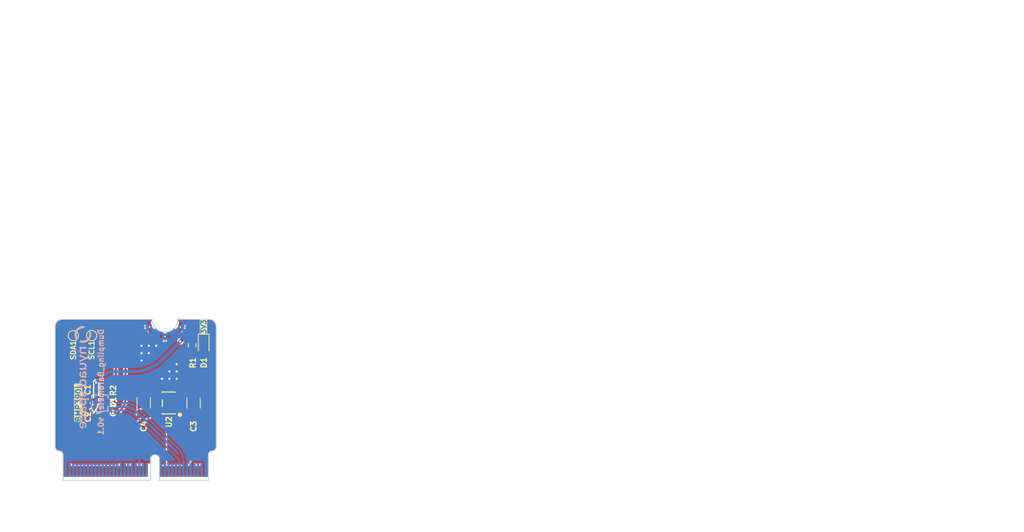
<source format=kicad_pcb>
(kicad_pcb (version 20241229) (generator "pcbnew") (generator_version "9.0")
  (layers (0 "F.Cu" signal "Top") (2 "B.Cu" signal "Bottom") (13 "F.Paste" user) (15 "B.Paste" user) (5 "F.SilkS" user "F.Silkscreen") (7 "B.SilkS" user "B.Silkscreen") (1 "F.Mask" user) (3 "B.Mask" user) (25 "Edge.Cuts" user))
  (net 0 "")
  (net 1 "+3V3")
  (net 2 "GND")
  (net 3 "VIN")
  (net 4 "Net-(D1-A)")
  (net 5 "/SPI_CIPO-LED_CLK")
  (net 6 "/SPI_SCK")
  (net 7 "/AUD_OUT-CAM_MCLK")
  (net 8 "/USBHOST_D+")
  (net 9 "/G11-SWO")
  (net 10 "BMP390L_SDA")
  (net 11 "/BATT_VIN")
  (net 12 "/RTC_3V_BATT")
  (net 13 "BMP390_INT")
  (net 14 "/G0")
  (net 15 "/USB_D+")
  (net 16 "/V_USB")
  (net 17 "/~{SPI_CS}")
  (net 18 "/D1-CAM_TRIG")
  (net 19 "/G5")
  (net 20 "/AUD_MCLK")
  (net 21 "BMP390_CS")
  (net 22 "/G9-CAM_HSYNC")
  (net 23 "/UART_TX2")
  (net 24 "/G10-CAM_VSYNC")
  (net 25 "/AUD_BCLK")
  (net 26 "/SWDIO")
  (net 27 "/PWM1")
  (net 28 "BMP390L_SCL")
  (net 29 "BMP390_MISO")
  (net 30 "/A0")
  (net 31 "/I2C_~{INT}")
  (net 32 "/SWDCK")
  (net 33 "/D0")
  (net 34 "/G4")
  (net 35 "/USB_D-")
  (net 36 "/CAN-RX")
  (net 37 "/I2C_SCL1")
  (net 38 "/G6")
  (net 39 "BMP390_pwr_cyc")
  (net 40 "/SDIO_DATA2")
  (net 41 "/SPI_COPI-LED_DAT")
  (net 42 "/3.3V_EN")
  (net 43 "/UART_CTS1")
  (net 44 "/AUD_LRCLK")
  (net 45 "/PWM0")
  (net 46 "/G7")
  (net 47 "/AUD_IN-CAM_PCLK")
  (net 48 "/CAN-TX")
  (net 49 "/UART_RTS1")
  (net 50 "/I2C_SDA1")
  (net 51 "/SDIO_DATA3-~{SPI_CS1}")
  (net 52 "BMP390_TX")
  (net 53 "/G3")
  (net 54 "BMP390_SCK")
  (net 55 "/A1")
  (net 56 "+5V")
  (net 57 "BMP390_RX")
  (net 58 "/G8")
  (net 59 "BMP390_MOSI")
  (net 60 "/USBHOST_D-")
  (net 61 "/UART_RX2")
  (net 62 "Net-(U1-CSB)")
  (footprint "SparkFun_MicroMod_ESP32:M.2-CARD-E-22" (layer "F.Cu") (at 148.5 114.425)
    (property "Reference" "J1" (hide yes))
    (property "Value" "MICROMOD-2222" (hide yes))
    (fp_line (start 1.9 -21) (end 1 -21) (stroke (width 0.1016)) (layer "F.Cu"))
    (fp_line (start 1.9 -21) (end 1.9 -19.9) (stroke (width 0.1016)) (layer "F.Cu"))
    (fp_line (start 4 -19.7) (end 4 -19) (stroke (width 0.1016)) (layer "F.Cu"))
    (fp_line (start 6.1 -21) (end 6.1 -19.9) (stroke (width 0.1016)) (layer "F.Cu"))
    (fp_line (start 6.1 -21) (end 7 -21) (stroke (width 0.1016)) (layer "F.Cu"))
    (fp_poly (pts (xy 1.25 -21.75) (xy 2.05 -21.75) (xy 2.08842 -21.461827) (xy 2.171447 -21.183213) (xy 2.297037 -20.921017) (xy 2.462097 -20.681696) (xy 2.662563 -20.471142) (xy 2.893499 -20.29454) (xy 3.149218 -20.156239) (xy 3.423424 -20.059644) (xy 4 -20) (xy 4.290635 -20.007133) (xy 4.576576 -20.059644) (xy 4.850782 -20.156239) (xy 5.106501 -20.29454) (xy 5.337437 -20.471142) (xy 5.537903 -20.681696) (xy 5.702963 -20.921017) (xy 5.828553 -21.183213) (xy 5.95 -21.75) (xy 6.75 -21.75) (xy 6.686952 -21.386065) (xy 6.576451 -21.033626) (xy 6.420427 -20.698842) (xy 6.221608 -20.387564) (xy 5.983467 -20.10523) (xy 5.710166 -19.856774) (xy 5.40648 -19.646539) (xy 5.077718 -19.478197) (xy 4.729623 -19.354691) (xy 4.368279 -19.27818) (xy 4 -19.25) (xy 3.630811 -19.275627) (xy 3.268334 -19.35024) (xy 2.919037 -19.472506) (xy 2.589157 -19.640244) (xy 2.284581 -19.85046) (xy 2.010746 -20.099401) (xy 1.77254 -20.382623) (xy 1.574215 -20.695072) (xy 1.419311 -21.031169)) (fill yes) (layer "F.Cu"))
    (pad "1" smd rect (at 9.25 -1.275 180) (size 0.35 1.45) (layers "F.Cu" "F.Mask") (net 2 "GND"))
    (pad "2" smd rect (at 9 -1.525) (size 0.35 1.95) (layers "B.Cu" "B.Mask") (net 1 "+3V3"))
    (pad "3" smd rect (at 8.75 -1.275 180) (size 0.35 1.45) (layers "F.Cu" "F.Mask") (net 15 "/USB_D+"))
    (pad "4" smd rect (at 8.5 -1.525) (size 0.35 1.95) (layers "B.Cu" "B.Mask") (net 42 "/3.3V_EN"))
    (pad "5" smd rect (at 8.25 -1.275 180) (size 0.35 1.45) (layers "F.Cu" "F.Mask") (net 35 "/USB_D-"))
    (pad "6" smd rect (at 8 -1.525) (size 0.35 1.95) (layers "B.Cu" "B.Mask") (net 56 "+5V"))
    (pad "7" smd rect (at 7.75 -1.275 180) (size 0.35 1.45) (layers "F.Cu" "F.Mask") (net 2 "GND"))
    (pad "8" smd rect (at 7.5 -1.525) (size 0.35 1.95) (layers "B.Cu" "B.Mask") (net 9 "/G11-SWO"))
    (pad "9" smd rect (at 7.25 -1.275 180) (size 0.35 1.45) (layers "F.Cu" "F.Mask") (net 16 "/V_USB"))
    (pad "10" smd rect (at 7 -1.525) (size 0.35 1.95) (layers "B.Cu" "B.Mask") (net 33 "/D0"))
    (pad "11" smd rect (at 6.75 -1.275 180) (size 0.35 1.45) (layers "F.Cu" "F.Mask") (net 3 "VIN"))
    (pad "12" smd rect (at 6.5 -1.525) (size 0.35 1.95) (layers "B.Cu" "B.Mask") (net 10 "BMP390L_SDA"))
    (pad "13" smd rect (at 6.25 -1.275 180) (size 0.35 1.45) (layers "F.Cu" "F.Mask") (net 49 "/UART_RTS1"))
    (pad "14" smd rect (at 6 -1.525) (size 0.35 1.95) (layers "B.Cu" "B.Mask") (net 28 "BMP390L_SCL"))
    (pad "15" smd rect (at 5.75 -1.275 180) (size 0.35 1.45) (layers "F.Cu" "F.Mask") (net 43 "/UART_CTS1"))
    (pad "16" smd rect (at 5.5 -1.525) (size 0.35 1.95) (layers "B.Cu" "B.Mask") (net 31 "/I2C_~{INT}"))
    (pad "17" smd rect (at 5.25 -1.275 180) (size 0.35 1.45) (layers "F.Cu" "F.Mask") (net 52 "BMP390_TX"))
    (pad "18" smd rect (at 5 -1.525) (size 0.35 1.95) (layers "B.Cu" "B.Mask") (net 18 "/D1-CAM_TRIG"))
    (pad "19" smd rect (at 4.75 -1.275 180) (size 0.35 1.45) (layers "F.Cu" "F.Mask") (net 57 "BMP390_RX"))
    (pad "20" smd rect (at 4.5 -1.525) (size 0.35 1.95) (layers "B.Cu" "B.Mask") (net 61 "/UART_RX2"))
    (pad "21" smd rect (at 4.25 -1.275 180) (size 0.35 1.45) (layers "F.Cu" "F.Mask") (net 32 "/SWDCK"))
    (pad "22" smd rect (at 4 -1.525) (size 0.35 1.95) (layers "B.Cu" "B.Mask") (net 23 "/UART_TX2"))
    (pad "23" smd rect (at 3.75 -1.275 180) (size 0.35 1.45) (layers "F.Cu" "F.Mask") (net 26 "/SWDIO"))
    (pad "32" smd rect (at 1.5 -1.525) (size 0.35 1.95) (layers "B.Cu" "B.Mask") (net 45 "/PWM0"))
    (pad "33" smd rect (at 1.25 -1.275 180) (size 0.35 1.45) (layers "F.Cu" "F.Mask") (net 2 "GND"))
    (pad "34" smd rect (at 1 -1.525) (size 0.35 1.95) (layers "B.Cu" "B.Mask") (net 30 "/A0"))
    (pad "35" smd rect (at 0.75 -1.275 180) (size 0.35 1.45) (layers "F.Cu" "F.Mask") (net 8 "/USBHOST_D+"))
    (pad "36" smd rect (at 0.5 -1.525) (size 0.35 1.95) (layers "B.Cu" "B.Mask") (net 2 "GND"))
    (pad "37" smd rect (at 0.25 -1.275 180) (size 0.35 1.45) (layers "F.Cu" "F.Mask") (net 60 "/USBHOST_D-"))
    (pad "38" smd rect (at 0 -1.525) (size 0.35 1.95) (layers "B.Cu" "B.Mask") (net 55 "/A1"))
    (pad "39" smd rect (at -0.25 -1.275 180) (size 0.35 1.45) (layers "F.Cu" "F.Mask") (net 2 "GND"))
    (pad "40" smd rect (at -0.5 -1.525) (size 0.35 1.95) (layers "B.Cu" "B.Mask") (net 14 "/G0"))
    (pad "41" smd rect (at -0.75 -1.275 180) (size 0.35 1.45) (layers "F.Cu" "F.Mask") (net 36 "/CAN-RX"))
    (pad "42" smd rect (at -1 -1.525) (size 0.35 1.95) (layers "B.Cu" "B.Mask") (net 39 "BMP390_pwr_cyc"))
    (pad "43" smd rect (at -1.25 -1.275 180) (size 0.35 1.45) (layers "F.Cu" "F.Mask") (net 48 "/CAN-TX"))
    (pad "44" smd rect (at -1.5 -1.525) (size 0.35 1.95) (layers "B.Cu" "B.Mask") (net 13 "BMP390_INT"))
    (pad "45" smd rect (at -1.75 -1.275 180) (size 0.35 1.45) (layers "F.Cu" "F.Mask") (net 2 "GND"))
    (pad "46" smd rect (at -2 -1.525) (size 0.35 1.95) (layers "B.Cu" "B.Mask") (net 53 "/G3"))
    (pad "47" smd rect (at -2.25 -1.275 180) (size 0.35 1.45) (layers "F.Cu" "F.Mask") (net 27 "/PWM1"))
    (pad "48" smd rect (at -2.5 -1.525) (size 0.35 1.95) (layers "B.Cu" "B.Mask") (net 34 "/G4"))
    (pad "49" smd rect (at -2.75 -1.275 180) (size 0.35 1.45) (layers "F.Cu" "F.Mask") (net 11 "/BATT_VIN"))
    (pad "50" smd rect (at -3 -1.525) (size 0.35 1.95) (layers "B.Cu" "B.Mask") (net 25 "/AUD_BCLK"))
    (pad "51" smd rect (at -3.25 -1.275 180) (size 0.35 1.45) (layers "F.Cu" "F.Mask") (net 50 "/I2C_SDA1"))
    (pad "52" smd rect (at -3.5 -1.525) (size 0.35 1.95) (layers "B.Cu" "B.Mask") (net 44 "/AUD_LRCLK"))
    (pad "53" smd rect (at -3.75 -1.275 180) (size 0.35 1.45) (layers "F.Cu" "F.Mask") (net 37 "/I2C_SCL1"))
    (pad "54" smd rect (at -4 -1.525) (size 0.35 1.95) (layers "B.Cu" "B.Mask") (net 47 "/AUD_IN-CAM_PCLK"))
    (pad "55" smd rect (at -4.25 -1.275 180) (size 0.35 1.45) (layers "F.Cu" "F.Mask") (net 17 "/~{SPI_CS}"))
    (pad "56" smd rect (at -4.5 -1.525) (size 0.35 1.95) (layers "B.Cu" "B.Mask") (net 7 "/AUD_OUT-CAM_MCLK"))
    (pad "57" smd rect (at -4.75 -1.275 180) (size 0.35 1.45) (layers "F.Cu" "F.Mask") (net 6 "/SPI_SCK"))
    (pad "58" smd rect (at -5 -1.525) (size 0.35 1.95) (layers "B.Cu" "B.Mask") (net 20 "/AUD_MCLK"))
    (pad "59" smd rect (at -5.25 -1.275 180) (size 0.35 1.45) (layers "F.Cu" "F.Mask") (net 41 "/SPI_COPI-LED_DAT"))
    (pad "60" smd rect (at -5.5 -1.525) (size 0.35 1.95) (layers "B.Cu" "B.Mask") (net 59 "BMP390_MOSI"))
    (pad "61" smd rect (at -5.75 -1.275 180) (size 0.35 1.45) (layers "F.Cu" "F.Mask") (net 5 "/SPI_CIPO-LED_CLK"))
    (pad "62" smd rect (at -6 -1.525) (size 0.35 1.95) (layers "B.Cu" "B.Mask") (net 29 "BMP390_MISO"))
    (pad "63" smd rect (at -6.25 -1.275 180) (size 0.35 1.45) (layers "F.Cu" "F.Mask") (net 24 "/G10-CAM_VSYNC"))
    (pad "64" smd rect (at -6.5 -1.525) (size 0.35 1.95) (layers "B.Cu" "B.Mask") (net 54 "BMP390_SCK"))
    (pad "65" smd rect (at -6.75 -1.275 180) (size 0.35 1.45) (layers "F.Cu" "F.Mask") (net 22 "/G9-CAM_HSYNC"))
    (pad "66" smd rect (at -7 -1.525) (size 0.35 1.95) (layers "B.Cu" "B.Mask") (net 21 "BMP390_CS"))
    (pad "67" smd rect (at -7.25 -1.275 180) (size 0.35 1.45) (layers "F.Cu" "F.Mask") (net 58 "/G8"))
    (pad "68" smd rect (at -7.5 -1.525) (size 0.35 1.95) (layers "B.Cu" "B.Mask") (net 40 "/SDIO_DATA2"))
    (pad "69" smd rect (at -7.75 -1.275 180) (size 0.35 1.45) (layers "F.Cu" "F.Mask") (net 46 "/G7"))
    (pad "70" smd rect (at -8 -1.525) (size 0.35 1.95) (layers "B.Cu" "B.Mask") (net 51 "/SDIO_DATA3-~{SPI_CS1}"))
    (pad "71" smd rect (at -8.25 -1.275 180) (size 0.35 1.45) (layers "F.Cu" "F.Mask") (net 38 "/G6"))
    (pad "72" smd rect (at -8.5 -1.525) (size 0.35 1.95) (layers "B.Cu" "B.Mask") (net 12 "/RTC_3V_BATT"))
    (pad "73" smd rect (at -8.75 -1.275 180) (size 0.35 1.45) (layers "F.Cu" "F.Mask") (net 19 "/G5"))
    (pad "74" smd rect (at -9 -1.525) (size 0.35 1.95) (layers "B.Cu" "B.Mask") (net 1 "+3V3"))
    (pad "75" smd rect (at -9.25 -1.275 180) (size 0.35 1.45) (layers "F.Cu" "F.Mask") (net 2 "GND"))
    (pad "GND1" thru_hole circle (at 1.9 -21) (size 0.454 0.454) (drill 0.2) (layers "*.Cu" "*.Mask") (net 2 "GND"))
    (pad "GND2" thru_hole circle (at 4 -19.7) (size 0.454 0.454) (drill 0.2) (layers "*.Cu" "*.Mask") (net 2 "GND"))
    (pad "GND3" thru_hole circle (at 6.1 -21) (size 0.454 0.454) (drill 0.2) (layers "*.Cu" "*.Mask") (net 2 "GND"))
  )
  (footprint "SparkFun_MicroMod_ESP32:ORDERING_INSTRUCTIONS" (layer "F.Cu") (at 167.9811 62.1)
    (property "Reference" "LOGO1" (hide yes))
    (property "Value" "SPECIAL_INSTRUCTIONS-ORDERING")
  )
  (footprint "SparkFun_MicroMod_ESP32:CREATIVE_COMMONS" (layer "F.Cu") (at 184.4 63.75)
    (property "Reference" "FRAME1" (hide yes))
    (property "Value" "FRAME-LEDGER" (hide yes))
  )
  (footprint "TestPoint:TestPoint_Pad_D1.0mm" (layer "F.Cu") (at 142.5 94.6)
    (property "Reference" "SCL1" (at 0 2 90) (layer "F.SilkS") (effects (font (size 0.7 0.7))))
    (property "Value" "I2C")
    (pad "1" smd circle (at 0 0) (size 1 1) (layers "F.Cu" "F.Mask") (net 28 "BMP390L_SCL"))
  )
  (footprint "Capacitor_SMD:C_0402_1005Metric" (layer "F.Cu") (at 141.939929 103.800127 90)
    (property "Reference" "C1" (at 1.8 0 90) (layer "F.SilkS") (effects (font (size 0.75 0.75) (thickness 0.175) (bold yes))))
    (property "Value" "100n")
    (pad "1" smd roundrect (at -0.48 0 90) (size 0.56 0.62) (layers "F.Cu" "F.Mask" "F.Paste") (net 1 "+3V3"))
    (pad "2" smd roundrect (at 0.48 0 90) (size 0.56 0.62) (layers "F.Cu" "F.Mask" "F.Paste") (net 2 "GND"))
  )
  (footprint "Resistor_SMD:R_0603_1608Metric" (layer "F.Cu") (at 156.2 95.9 -90)
    (property "Reference" "R1" (at 2.425 -0.1 270) (layer "F.SilkS") (effects (font (size 0.75 0.75) (thickness 0.175) (bold yes))))
    (property "Value" "10k")
    (pad "1" smd roundrect (at -0.825 0 270) (size 0.8 0.95) (layers "F.Cu" "F.Mask" "F.Paste") (net 1 "+3V3"))
    (pad "2" smd roundrect (at 0.825 0 270) (size 0.8 0.95) (layers "F.Cu" "F.Mask" "F.Paste") (net 4 "Net-(D1-A)"))
  )
  (footprint "Capacitor_SMD:C_0402_1005Metric" (layer "F.Cu") (at 143.6 105.5)
    (property "Reference" "C2" (at -1.6 0.2 90) (layer "F.SilkS") (effects (font (size 0.75 0.75) (thickness 0.175) (bold yes))))
    (property "Value" "100n")
    (pad "1" smd roundrect (at -0.48 0) (size 0.56 0.62) (layers "F.Cu" "F.Mask" "F.Paste") (net 1 "+3V3"))
    (pad "2" smd roundrect (at 0.48 0) (size 0.56 0.62) (layers "F.Cu" "F.Mask" "F.Paste") (net 2 "GND"))
  )
  (footprint "TPSPX3819M5-L-3-3:SOT-23-5_L3.0-W1.6-P0.95-LS2.8-BR" (layer "F.Cu") (at 153 103.8)
    (property "Reference" "U2" (at 0.039668 2.6 90) (layer "F.SilkS") (effects (font (size 0.75 0.75) (thickness 0.175) (bold yes))))
    (property "Value" "TPSPX3819M5-L-3-3")
    (pad "1" smd rect (at 1.149987 0.949962 90) (size 0.6 1.2) (layers "F.Cu" "F.Mask" "F.Paste") (net 3 "VIN"))
    (pad "2" smd rect (at 1.149987 0 90) (size 0.6 1.2) (layers "F.Cu" "F.Mask" "F.Paste") (net 2 "GND"))
    (pad "3" smd rect (at 1.149987 -0.949962 90) (size 0.6 1.2) (layers "F.Cu" "F.Mask" "F.Paste") (net 3 "VIN"))
    (pad "4" smd rect (at -1.149987 -0.949962 90) (size 0.6 1.2) (layers "F.Cu" "F.Mask" "F.Paste"))
    (pad "5" smd rect (at -1.149987 0.949962 90) (size 0.6 1.2) (layers "F.Cu" "F.Mask" "F.Paste") (net 1 "+3V3"))
  )
  (footprint "Resistor_SMD:R_0402_1005Metric" (layer "F.Cu") (at 143.639929 102.100127 180)
    (property "Reference" "R2" (at -1.8 0 90) (layer "F.SilkS") (effects (font (size 0.75 0.75) (thickness 0.175) (bold yes))))
    (property "Value" "10k")
    (pad "1" smd roundrect (at -0.51 0 180) (size 0.54 0.64) (layers "F.Cu" "F.Mask" "F.Paste") (net 62 "Net-(U1-CSB)"))
    (pad "2" smd roundrect (at 0.51 0 180) (size 0.54 0.64) (layers "F.Cu" "F.Mask" "F.Paste") (net 1 "+3V3"))
  )
  (footprint "Capacitor_SMD:C_1206_3216Metric" (layer "F.Cu") (at 156.4 103.8 90)
    (property "Reference" "C3" (at -3.2 0 90) (layer "F.SilkS") (effects (font (size 0.75 0.75) (thickness 0.175) (bold yes))))
    (property "Value" "10u")
    (pad "1" smd roundrect (at -1.475 0 90) (size 1.15 1.8) (layers "F.Cu" "F.Mask" "F.Paste") (roundrect_rratio 0.217391) (net 3 "VIN"))
    (pad "2" smd roundrect (at 1.475 0 90) (size 1.15 1.8) (layers "F.Cu" "F.Mask" "F.Paste") (roundrect_rratio 0.217391) (net 2 "GND"))
  )
  (footprint "BMP390L:LGA-10_L2.0-W2.0-P0.50-TL_BMP390L" (layer "F.Cu") (at 143.619888 103.800051 90)
    (property "Reference" "U1" (at 0.099924 1.820041 90) (layer "F.SilkS") (effects (font (size 0.75 0.75) (thickness 0.175) (bold yes))))
    (property "Value" "BMP390L")
    (pad "1" smd rect (at -0.779985 -0.24986 180) (size 0.3 0.3) (layers "F.Cu" "F.Mask" "F.Paste") (net 1 "+3V3"))
    (pad "2" smd rect (at -0.779985 0.250013 180) (size 0.3 0.3) (layers "F.Cu" "F.Mask" "F.Paste") (net 28 "BMP390L_SCL"))
    (pad "3" smd rect (at -0.500076 0.780112 180) (size 0.3 0.3) (layers "F.Cu" "F.Mask" "F.Paste") (net 2 "GND"))
    (pad "4" smd rect (at 0.000051 0.780112 180) (size 0.3 0.3) (layers "F.Cu" "F.Mask" "F.Paste") (net 10 "BMP390L_SDA"))
    (pad "5" smd rect (at 0.499924 0.780112 180) (size 0.3 0.3) (layers "F.Cu" "F.Mask" "F.Paste") (net 2 "GND"))
    (pad "6" smd rect (at 0.780086 0.250013 180) (size 0.3 0.3) (layers "F.Cu" "F.Mask" "F.Paste") (net 62 "Net-(U1-CSB)"))
    (pad "7" smd rect (at 0.780086 -0.24986 180) (size 0.3 0.3) (layers "F.Cu" "F.Mask" "F.Paste") (net 13 "BMP390_INT"))
    (pad "8" smd rect (at 0.499924 -0.779959 180) (size 0.3 0.3) (layers "F.Cu" "F.Mask" "F.Paste") (net 2 "GND"))
    (pad "9" smd rect (at 0.000051 -0.779959 180) (size 0.3 0.3) (layers "F.Cu" "F.Mask" "F.Paste") (net 2 "GND"))
    (pad "10" smd rect (at -0.500076 -0.779959 180) (size 0.3 0.3) (layers "F.Cu" "F.Mask" "F.Paste") (net 1 "+3V3"))
  )
  (footprint "TestPoint:TestPoint_Pad_D1.0mm" (layer "F.Cu") (at 140 94.6)
    (property "Reference" "SDA1" (at 0 2 90) (layer "F.SilkS") (effects (font (size 0.7 0.7))))
    (property "Value" "I2C")
    (pad "1" smd circle (at 0 0) (size 1 1) (layers "F.Cu" "F.Mask") (net 10 "BMP390L_SDA"))
  )
  (footprint "Capacitor_SMD:C_1206_3216Metric" (layer "F.Cu") (at 149.6 103.8 90)
    (property "Reference" "C4" (at -3.2 0 90) (layer "F.SilkS") (effects (font (size 0.75 0.75) (thickness 0.175) (bold yes))))
    (property "Value" "10u")
    (pad "1" smd roundrect (at -1.475 0 90) (size 1.15 1.8) (layers "F.Cu" "F.Mask" "F.Paste") (roundrect_rratio 0.217391) (net 1 "+3V3"))
    (pad "2" smd roundrect (at 1.475 0 90) (size 1.15 1.8) (layers "F.Cu" "F.Mask" "F.Paste") (roundrect_rratio 0.217391) (net 2 "GND"))
  )
  (footprint "LED_SMD:LED_0603_1608Metric" (layer "F.Cu") (at 157.78 95.9 -90)
    (property "Reference" "D1" (at 2.4 -0.02 90) (layer "F.SilkS") (effects (font (size 0.75 0.75) (thickness 0.175) (bold yes))))
    (property "Value" "LED")
    (pad "1" smd roundrect (at -0.7875 0 270) (size 0.875 0.95) (layers "F.Cu" "F.Mask" "F.Paste") (net 2 "GND"))
    (pad "2" smd roundrect (at 0.7875 0 270) (size 0.875 0.95) (layers "F.Cu" "F.Mask" "F.Paste") (net 4 "Net-(D1-A)"))
  )
  (footprint "LOGO" (layer "B.Cu") (at 141.3 100.3 -90)
    (property "Reference" "G***" (hide yes))
    (property "Value" "LOGO" (hide yes))
  )
  (gr_line (start 158.4261 114.365617) (end 151.7261 114.365617) (stroke (width 0.127)) (layer "Edge.Cuts"))
  (gr_line (start 150.5261 111.465617) (end 150.5261 114.365617) (stroke (width 0.127)) (layer "Edge.Cuts"))
  (gr_line (start 138.5761 114.365617) (end 138.5761 110.865617) (stroke (width 0.127)) (layer "Edge.Cuts"))
  (gr_arc (start 138.1011 110.365617) (mid 138.434341 110.524663) (end 138.5761 110.865618) (stroke (width 0.127)) (layer "Edge.Cuts"))
  (gr_arc (start 137.5011 93.365617) (mid 137.8011 92.665618) (end 138.501099 92.365618) (stroke (width 0.127)) (layer "Edge.Cuts"))
  (gr_arc (start 159.501099 109.765618) (mid 159.320461 110.184979) (end 158.9011 110.365617) (stroke (width 0.127)) (layer "Edge.Cuts"))
  (gr_line (start 137.5011 93.365617) (end 137.5011 109.765617) (stroke (width 0.127)) (layer "Edge.Cuts"))
  (gr_line (start 159.5011 93.365617) (end 159.5011 109.765617) (stroke (width 0.127)) (layer "Edge.Cuts"))
  (gr_arc (start 154.2511 92.365617) (mid 152.5011 94.115617) (end 150.7511 92.365617) (stroke (width 0.127)) (layer "Edge.Cuts"))
  (gr_arc (start 158.4261 110.865617) (mid 158.566444 110.523319) (end 158.9011 110.365617) (stroke (width 0.127)) (layer "Edge.Cuts"))
  (gr_arc (start 150.5261 111.465617) (mid 151.1261 110.865617) (end 151.7261 111.465617) (stroke (width 0.127)) (layer "Edge.Cuts"))
  (gr_line (start 158.4261 110.865617) (end 158.4261 114.365617) (stroke (width 0.127)) (layer "Edge.Cuts"))
  (gr_line (start 150.7511 92.365617) (end 138.5011 92.365617) (stroke (width 0.127)) (layer "Edge.Cuts"))
  (gr_line (start 151.7261 111.465617) (end 151.7261 114.365617) (stroke (width 0.127)) (layer "Edge.Cuts"))
  (gr_arc (start 138.101098 110.365617) (mid 137.681737 110.184978) (end 137.5011 109.765617) (stroke (width 0.127)) (layer "Edge.Cuts"))
  (gr_line (start 158.5011 92.365617) (end 154.2511 92.365617) (stroke (width 0.127)) (layer "Edge.Cuts"))
  (gr_arc (start 158.5011 92.365617) (mid 159.2011 92.665617) (end 159.5011 93.365617) (stroke (width 0.127)) (layer "Edge.Cuts"))
  (gr_line (start 138.5761 114.365617) (end 150.5261 114.365617) (stroke (width 0.127)) (layer "Edge.Cuts"))
  (gr_text "3V3" (at 157.78 93.4 90) (layer "F.SilkS" knockout) (effects (font (size 0.7 0.7) (thickness 0.15) (bold yes))))
  (gr_text "BMP390L" (at 140.7 103.8 90) (layer "F.SilkS" knockout) (effects (font (size 0.75 0.75) (thickness 0.175) (bold yes))))
  (gr_text "Dumpling_Barometer v0.1" (at 144.2 93.6 90) (layer "B.SilkS") (effects (font (size 0.75 0.75) (thickness 0.175) (bold yes)) (justify left bottom mirror)))
  (segment (start 141.9 105.5) (end 142.943203 105.5) (width 0.5) (layer "F.Cu") (net 1))
  (segment (start 141.9 105.5) (end 141.9 105.7) (width 0.5) (layer "F.Cu") (net 1))
  (segment (start 154.7375 95.2625) (end 154.6 95.4) (width 0.5) (layer "F.Cu") (net 1))
  (segment (start 141.920056 105.465762) (end 141.920056 104.314052) (width 0.5) (layer "F.Cu") (net 1))
  (segment (start 143.436396 106.8) (end 148.234314 106.8) (width 0.5) (layer "F.Cu") (net 1))
  (segment (start 141.974071 104.300127) (end 142.825786 104.300127) (width 0.25) (layer "F.Cu") (net 1))
  (segment (start 149.199999 106.399999) (end 149.343673 106.256326) (width 0.5) (layer "F.Cu") (net 1))
  (segment (start 155.069454 95.125) (end 156.2 95.125) (width 0.5) (layer "F.Cu") (net 1))
  (segment (start 141.949865 104.290063) (end 141.949929 104.290127) (width 0.25) (layer "F.Cu") (net 1))
  (segment (start 149.9625 105.275) (end 150.966268 105.275) (width 0.75) (layer "F.Cu") (net 1))
  (segment (start 143.1 101) (end 143.114964 101.014964) (width 0.5) (layer "F.Cu") (net 1))
  (segment (start 143.129929 101.051091) (end 143.129929 102.100127) (width 0.5) (layer "F.Cu") (net 1))
  (segment (start 143.370028 105.073175) (end 143.370028 104.580036) (width 0.25) (layer "F.Cu") (net 1))
  (segment (start 151.6 105.0125) (end 151.8625 104.75) (width 0.75) (layer "F.Cu") (net 1))
  (segment (start 142.35 106.35) (end 142.041421 106.041421) (width 0.5) (layer "F.Cu") (net 1))
  (segment (start 141.9 105.5) (end 141.910028 105.489972) (width 0.5) (layer "F.Cu") (net 1))
  (segment (start 142.829929 104.290127) (end 142.819929 104.280127) (width 0.25) (layer "F.Cu") (net 1))
  (via (at 154.6 95.4) (size 0.5) (drill 0.3) (layers "F.Cu" "B.Cu") (net 1))
  (via (at 143.1 101) (size 0.5) (drill 0.3) (layers "F.Cu" "B.Cu") (net 1))
  (via (at 141.9 105.5) (size 0.5) (drill 0.3) (layers "F.Cu" "B.Cu") (net 1))
  (arc (start 151.6 105.0125) (mid 151.309241 105.206778) (end 150.966268 105.275) (width 0.75) (layer "F.Cu") (net 1))
  (arc (start 141.974071 104.300127) (mid 141.961005 104.297528) (end 141.949929 104.290127) (width 0.25) (layer "F.Cu") (net 1))
  (arc (start 149.199999 106.399999) (mid 148.756939 106.696043) (end 148.234314 106.8) (width 0.5) (layer "F.Cu") (net 1))
  (arc (start 155.069454 95.125) (mid 154.889801 95.160735) (end 154.7375 95.2625) (width 0.5) (layer "F.Cu") (net 1))
  (arc (start 141.949865 104.290063) (mid 141.939928 104.285947) (end 141.929992 104.290063) (width 0.25) (layer "F.Cu") (net 1))
  (arc (start 149.343673 106.256326) (mid 149.533382 105.972406) (end 149.6 105.6375) (width 0.5) (layer "F.Cu") (net 1))
  (arc (start 142.35 106.35) (mid 142.848442 106.683048) (end 143.436396 106.8) (width 0.5) (layer "F.Cu") (net 1))
  (arc (start 149.9625 105.275) (mid 149.706173 105.381173) (end 149.6 105.6375) (width 0.75) (layer "F.Cu") (net 1))
  (arc (start 143.129929 101.051091) (mid 143.126039 101.031539) (end 143.114964 101.014964) (width 0.5) (layer "F.Cu") (net 1))
  (arc (start 142.829929 104.290127) (mid 142.831198 104.29651) (end 142.825786 104.300127) (width 0.25) (layer "F.Cu") (net 1))
  (arc (start 141.9 105.7) (mid 141.936754 105.884775) (end 142.041421 106.041421) (width 0.5) (layer "F.Cu") (net 1))
  (arc (start 141.920056 104.314052) (mid 141.922638 104.301069) (end 141.929992 104.290063) (width 0.5) (layer "F.Cu") (net 1))
  (arc (start 141.920056 105.465762) (mid 141.917449 105.478864) (end 141.910028 105.489972) (width 0.5) (layer "F.Cu") (net 1))
  (arc (start 142.943203 105.5) (mid 143.106542 105.467509) (end 143.245014 105.374986) (width 0.25) (layer "F.Cu") (net 1))
  (arc (start 143.245014 105.374986) (mid 143.337537 105.236514) (end 143.370028 105.073175) (width 0.25) (layer "F.Cu") (net 1))
  (segment (start 152.093792 97.906207) (end 154.6 95.4) (width 0.5) (layer "B.Cu") (net 1))
  (segment (start 142.5 104.9) (end 141.9 105.5) (width 0.5) (layer "B.Cu") (net 1))
  (segment (start 143.1 103.451471) (end 143.1 101) (width 0.5) (layer "B.Cu") (net 1))
  (segment (start 143.1 101) (end 143.85 100.25) (width 0.5) (layer "B.Cu") (net 1))
  (segment (start 148.246036 99.5) (end 145.66066 99.5) (width 0.5) (layer "B.Cu") (net 1))
  (arc (start 145.66066 99.5) (mid 144.680737 99.694918) (end 143.85 100.25) (width 0.5) (layer "B.Cu") (net 1))
  (arc (start 148.246036 99.5) (mid 150.328426 99.085786) (end 152.093792 97.906207) (width 0.5) (layer "B.Cu") (net 1))
  (arc (start 143.1 103.451471) (mid 142.944065 104.235409) (end 142.5 104.9) (width 0.5) (layer "B.Cu") (net 1))
  (segment (start 154.53125 103.8) (end 154.1375 103.8) (width 0.75) (layer "F.Cu") (net 2))
  (segment (start 142.805786 103.320127) (end 141.939929 103.320127) (width 0.25) (layer "F.Cu") (net 2))
  (segment (start 142.839929 103.314269) (end 142.839929 103.8) (width 0.25) (layer "F.Cu") (net 2))
  (segment (start 155.203423 103.521576) (end 156.4 102.325) (width 0.75) (layer "F.Cu") (net 2))
  (via (at 151.3 96) (size 0.7) (drill 0.3) (layers "F.Cu" "B.Cu") (net 2))
  (via (at 149.3 96) (size 0.7) (drill 0.3) (layers "F.Cu" "B.Cu") (net 2))
  (via (at 154.1 100.5) (size 0.7) (drill 0.3) (layers "F.Cu" "B.Cu") (net 2))
  (via (at 154.1 98.5) (size 0.7) (drill 0.3) (layers "F.Cu" "B.Cu") (net 2))
  (via (at 149.3 97) (size 0.7) (drill 0.3) (layers "F.Cu" "B.Cu") (net 2))
  (via (at 149.3 98) (size 0.7) (drill 0.3) (layers "F.Cu" "B.Cu") (net 2))
  (via (at 153.1 100.5) (size 0.7) (drill 0.3) (layers "F.Cu" "B.Cu") (net 2))
  (via (at 154.1 99.5) (size 0.7) (drill 0.3) (layers "F.Cu" "B.Cu") (net 2))
  (via (at 152.1 100.5) (size 0.7) (drill 0.3) (layers "F.Cu" "B.Cu") (net 2))
  (via (at 150.3 97) (size 0.7) (drill 0.3) (layers "F.Cu" "B.Cu") (net 2))
  (via (at 150.3 96) (size 0.7) (drill 0.3) (layers "F.Cu" "B.Cu") (net 2))
  (via (at 153.1 99.5) (size 0.7) (drill 0.3) (layers "F.Cu" "B.Cu") (net 2))
  (arc (start 142.829929 103.310127) (mid 142.836312 103.308857) (end 142.839929 103.314269) (width 0.25) (layer "F.Cu") (net 2))
  (arc (start 142.805786 103.320127) (mid 142.818852 103.317528) (end 142.829929 103.310127) (width 0.25) (layer "F.Cu") (net 2))
  (arc (start 155.203423 103.521576) (mid 154.895027 103.727639) (end 154.53125 103.8) (width 0.75) (layer "F.Cu") (net 2))
  (segment (start 156.1375 105.0125) (end 156.4 105.275) (width 0.75) (layer "F.Cu") (net 3))
  (segment (start 153.678125 104.75) (end 153.55 104.75) (width 0.25) (layer "F.Cu") (net 3))
  (segment (start 155.503768 104.75) (end 154.799998 104.75) (width 0.75) (layer "F.Cu") (net 3))
  (segment (start 154.137499 104.75) (end 153.934375 104.75) (width 0.75) (layer "F.Cu") (net 3))
  (segment (start 154.799998 104.75) (end 154.137499 104.75) (width 0.75) (layer "F.Cu") (net 3))
  (segment (start 153.934375 104.75) (end 153.678125 104.75) (width 0.75) (layer "F.Cu") (net 3))
  (arc (start 155.503768 104.75) (mid 155.846741 104.818221) (end 156.1375 105.0125) (width 0.75) (layer "F.Cu") (net 3))
  (segment (start 157.77375 96.68125) (end 157.78 96.6875) (width 0.5) (layer "F.Cu") (net 4))
  (segment (start 157.758661 96.675) (end 156.2 96.675) (width 0.5) (layer "F.Cu") (net 4))
  (arc (start 157.77375 96.68125) (mid 157.766827 96.676624) (end 157.758661 96.675) (width 0.5) (layer "F.Cu") (net 4))
  (segment (start 140.247487 95.547487) (end 140.55 95.85) (width 0.25) (layer "F.Cu") (net 10))
  (segment (start 145.8 103.117157) (end 145.8 96.886195) (width 0.25) (layer "F.Cu") (net 10))
  (segment (start 145.313804 96.4) (end 141.877817 96.4) (width 0.25) (layer "F.Cu") (net 10))
  (segment (start 145.6 103.6) (end 145.4 103.8) (width 0.25) (layer "F.Cu") (net 10))
  (segment (start 145.4 103.8) (end 144.4 103.8) (width 0.25) (layer "F.Cu") (net 10))
  (segment (start 140 94.95) (end 140 94.6) (width 0.25) (layer "F.Cu") (net 10))
  (via (at 145.4 103.8) (size 0.5) (drill 0.3) (layers "F.Cu" "B.Cu") (net 10))
  (arc (start 145.657596 96.542403) (mid 145.76299 96.700136) (end 145.8 96.886195) (width 0.25) (layer "F.Cu") (net 10))
  (arc (start 145.657596 96.542403) (mid 145.499863 96.437009) (end 145.313804 96.4) (width 0.25) (layer "F.Cu") (net 10))
  (arc (start 140.55 95.85) (mid 141.159207 96.257059) (end 141.877817 96.4) (width 0.25) (layer "F.Cu") (net 10))
  (arc (start 145.8 103.117157) (mid 145.748021 103.378469) (end 145.6 103.6) (width 0.25) (layer "F.Cu") (net 10))
  (arc (start 140 94.95) (mid 140.064319 95.273357) (end 140.247487 95.547487) (width 0.25) (layer "F.Cu") (net 10))
  (segment (start 147 103.8) (end 145.4 103.8) (width 0.25) (layer "B.Cu") (net 10))
  (segment (start 154.222182 109.922182) (end 148.877817 104.577817) (width 0.25) (layer "B.Cu") (net 10))
  (segment (start 155 111.8) (end 155 112.9) (width 0.25) (layer "B.Cu") (net 10))
  (arc (start 154.222182 109.922182) (mid 154.797851 110.783732) (end 155 111.8) (width 0.25) (layer "B.Cu") (net 10))
  (arc (start 148.877817 104.577817) (mid 148.016267 104.002148) (end 147 103.8) (width 0.25) (layer "B.Cu") (net 10))
  (segment (start 145.4 105.2) (end 145.188063 104.988063) (width 0.25) (layer "F.Cu") (net 28))
  (segment (start 142.7 94.8) (end 142.5 94.6) (width 0.25) (layer "F.Cu") (net 28))
  (segment (start 143.967946 104.678081) (end 143.869901 104.580036) (width 0.25) (layer "F.Cu") (net 28))
  (segment (start 143.182842 95) (end 145.392893 95) (width 0.25) (layer "F.Cu") (net 28))
  (segment (start 145.4 105.2) (end 145.7 105.2) (width 0.25) (layer "F.Cu") (net 28))
  (segment (start 147.1 96.707106) (end 147.1 103.322182) (width 0.25) (layer "F.Cu") (net 28))
  (segment (start 146.549999 104.649999) (end 146.212132 104.987867) (width 0.25) (layer "F.Cu") (net 28))
  (segment (start 144.204649 104.776127) (end 144.676403 104.776127) (width 0.25) (layer "F.Cu") (net 28))
  (via (at 145.4 105.2) (size 0.5) (drill 0.3) (layers "F.Cu" "B.Cu") (net 28))
  (arc (start 144.204649 104.776127) (mid 144.076546 104.750645) (end 143.967946 104.678081) (width 0.25) (layer "F.Cu") (net 28))
  (arc (start 145.7 105.2) (mid 145.977163 105.144868) (end 146.212132 104.987867) (width 0.25) (layer "F.Cu") (net 28))
  (arc (start 143.182842 95) (mid 142.921529 94.948021) (end 142.7 94.8) (width 0.25) (layer "F.Cu") (net 28))
  (arc (start 146.6 95.5) (mid 146.970054 96.053825) (end 147.1 96.707106) (width 0.25) (layer "F.Cu") (net 28))
  (arc (start 146.549999 104.649999) (mid 146.957059 104.040791) (end 147.1 103.322182) (width 0.25) (layer "F.Cu") (net 28))
  (arc (start 144.676403 104.776127) (mid 144.953311 104.831207) (end 145.188063 104.988063) (width 0.25) (layer "F.Cu") (net 28))
  (arc (start 146.6 95.5) (mid 146.046174 95.129945) (end 145.392893 95) (width 0.25) (layer "F.Cu") (net 28))
  (segment (start 154.5 112.25) (end 154.5 112.9) (width 0.25) (layer "B.Cu") (net 28))
  (segment (start 145.6 105) (end 145.4 105.2) (width 0.25) (layer "B.Cu") (net 28))
  (segment (start 148.371751 105.471751) (end 154.04038 111.14038) (width 0.25) (layer "B.Cu") (net 28))
  (segment (start 146.75 104.8) (end 146.082842 104.8) (width 0.25) (layer "B.Cu") (net 28))
  (arc (start 148.371751 105.471751) (mid 147.627685 104.974582) (end 146.75 104.8) (width 0.25) (layer "B.Cu") (net 28))
  (arc (start 145.6 105) (mid 145.821529 104.851978) (end 146.082842 104.8) (width 0.25) (layer "B.Cu") (net 28))
  (arc (start 154.04038 111.14038) (mid 154.380548 111.649478) (end 154.5 112.25) (width 0.25) (layer "B.Cu") (net 28))
  (segment (start 144.009915 102.879951) (end 143.869901 103.019965) (width 0.25) (layer "F.Cu") (net 62))
  (segment (start 144.149929 102.541927) (end 144.149929 102.100127) (width 0.25) (layer "F.Cu") (net 62))
  (arc (start 144.149929 102.541927) (mid 144.11354 102.724864) (end 144.009915 102.879951) (width 0.25) (layer "F.Cu") (net 62))
  (zone (net 3) (net_name "VIN") (layer "F.Cu") (priority 5) (connect_pads yes (clearance 0.2)) (min_thickness 0.25) (fill yes (thermal_gap 0.5) (thermal_bridge_width 0.5))
    (polygon (pts (xy 152.8 102.4) (xy 157.4 102.4) (xy 157.4 109.353848) (xy 155.2 112.9) (xy 152.8 112.9)))
  )
  (zone (net 0) (net_name "") (layers "F.Cu" "B.Cu") (connect_pads (clearance 0)) (min_thickness 0.25)
    (keepout (tracks not_allowed) (vias not_allowed) (pads not_allowed) (copperpour not_allowed) (footprints allowed))
    (fill (thermal_gap 0.5) (thermal_bridge_width 0.5))
    (polygon (pts (xy 138.5 113.9) (xy 158.4 113.9) (xy 158.4 114.5) (xy 138.5 114.5)))
  )
  (zone (net 2) (net_name "GND") (layers "F.Cu" "B.Cu") (connect_pads (clearance 0.2)) (min_thickness 0.25) (fill yes (thermal_gap 0.5) (thermal_bridge_width 0.5))
    (polygon (pts (xy 136.7 91.9) (xy 160.3 91.9) (xy 160.2 114.9) (xy 136.7 114.9)))
  )
)
</source>
